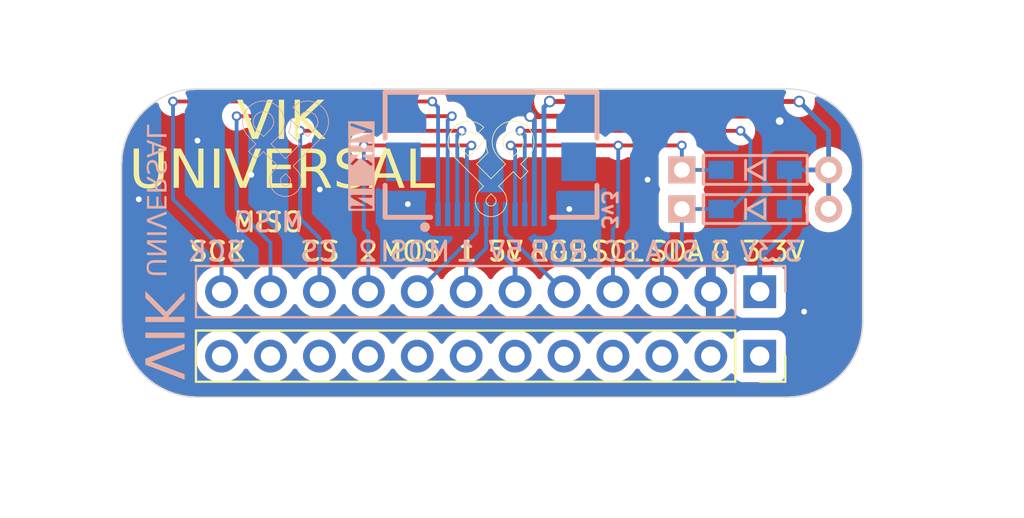
<source format=kicad_pcb>
(kicad_pcb (version 20221018) (generator pcbnew)
  (layers (0 "F.Cu" signal) (31 "B.Cu" signal) (34 "B.Paste" user) (35 "F.Paste" user) (36 "B.SilkS" user "B.Silkscreen") (37 "F.SilkS" user "F.Silkscreen") (38 "B.Mask" user) (39 "F.Mask" user) (44 "Edge.Cuts" user))
  (net 0 "")
  (net 1 "GND")
  (net 2 "VDD_5V")
  (net 3 "VDD_3.3V")
  (net 4 "CS")
  (net 5 "GPIO_AD2")
  (net 6 "RGB_LED_IN")
  (net 7 "SCLK")
  (net 8 "MOSI")
  (net 9 "MISO")
  (net 10 "SCL")
  (net 11 "SDA")
  (net 12 "GPIO_AD1")
  (footprint "Connector_PinSocket_2.54mm:PinSocket_1x12_P2.54mm_Vertical" (layer "F.Cu") (at 105.227194 100.101 -90)
    (fp_text reference "J1002" hide)
    (fp_text value "Conn_01x01_Socket")
    (fp_line (start -1.33 1.27) (end -1.33 29.27) (stroke (width 0.12)) (layer "F.SilkS"))
    (fp_line (start -1.33 1.27) (end 1.33 1.27) (stroke (width 0.12)) (layer "F.SilkS"))
    (fp_line (start -1.33 29.27) (end 1.33 29.27) (stroke (width 0.12)) (layer "F.SilkS"))
    (fp_line (start 0 -1.33) (end 1.33 -1.33) (stroke (width 0.12)) (layer "F.SilkS"))
    (fp_line (start 1.33 -1.33) (end 1.33 0) (stroke (width 0.12)) (layer "F.SilkS"))
    (fp_line (start 1.33 1.27) (end 1.33 29.27) (stroke (width 0.12)) (layer "F.SilkS"))
    (pad "1" thru_hole rect (at 0 0 270) (size 1.7 1.7) (drill 1) (layers "*.Cu" "*.Mask"))
    (pad "2" thru_hole oval (at 0 2.54 270) (size 1.7 1.7) (drill 1) (layers "*.Cu" "*.Mask"))
    (pad "3" thru_hole oval (at 0 5.08 270) (size 1.7 1.7) (drill 1) (layers "*.Cu" "*.Mask"))
    (pad "4" thru_hole oval (at 0 7.62 270) (size 1.7 1.7) (drill 1) (layers "*.Cu" "*.Mask"))
    (pad "5" thru_hole oval (at 0 10.16 270) (size 1.7 1.7) (drill 1) (layers "*.Cu" "*.Mask"))
    (pad "6" thru_hole oval (at 0 12.7 270) (size 1.7 1.7) (drill 1) (layers "*.Cu" "*.Mask"))
    (pad "7" thru_hole oval (at 0 15.24 270) (size 1.7 1.7) (drill 1) (layers "*.Cu" "*.Mask"))
    (pad "8" thru_hole oval (at 0 17.78 270) (size 1.7 1.7) (drill 1) (layers "*.Cu" "*.Mask"))
    (pad "9" thru_hole oval (at 0 20.32 270) (size 1.7 1.7) (drill 1) (layers "*.Cu" "*.Mask"))
    (pad "10" thru_hole oval (at 0 22.86 270) (size 1.7 1.7) (drill 1) (layers "*.Cu" "*.Mask"))
    (pad "11" thru_hole oval (at 0 25.4 270) (size 1.7 1.7) (drill 1) (layers "*.Cu" "*.Mask"))
    (pad "12" thru_hole oval (at 0 27.94 270) (size 1.7 1.7) (drill 1) (layers "*.Cu" "*.Mask"))
  )
  (footprint "local:fingerpunch-logo-small" (layer "F.Cu") (at 91.277194 90.17)
    (fp_text reference "REF**" hide)
    (fp_text value "fingerpunch-logo-small" hide)
    (fp_line (start -2.235199 -1.193481) (end -2.21435 -0.979777) (stroke (width 0.04)) (layer "F.SilkS"))
    (fp_line (start -2.21435 -1.407105) (end -2.235199 -1.193481) (stroke (width 0.04)) (layer "F.SilkS"))
    (fp_line (start -2.21435 -0.979777) (end -2.153072 -0.777133) (stroke (width 0.04)) (layer "F.SilkS"))
    (fp_line (start -2.153073 -1.609617) (end -2.21435 -1.407105) (stroke (width 0.04)) (layer "F.SilkS"))
    (fp_line (start -2.153072 -0.777133) (end -2.053272 -0.59047) (stroke (width 0.04)) (layer "F.SilkS"))
    (fp_line (start -2.053272 -1.796253) (end -2.153073 -1.609617) (stroke (width 0.04)) (layer "F.SilkS"))
    (fp_line (start -2.053272 -0.59047) (end -1.916853 -0.424709) (stroke (width 0.04)) (layer "F.SilkS"))
    (fp_line (start -1.916853 -1.962253) (end -2.053272 -1.796253) (stroke (width 0.04)) (layer "F.SilkS"))
    (fp_line (start -1.916853 -0.424709) (end -0.390027 1.102123) (stroke (width 0.04)) (layer "F.SilkS"))
    (fp_line (start -1.746444 -2.101345) (end -1.916853 -1.962253) (stroke (width 0.04)) (layer "F.SilkS"))
    (fp_line (start -1.683736 -1.193481) (end -1.643167 -1.398727) (stroke (width 0.04)) (layer "F.SilkS"))
    (fp_line (start -1.643167 -1.398727) (end -1.526821 -1.572223) (stroke (width 0.04)) (layer "F.SilkS"))
    (fp_line (start -1.643167 -0.988447) (end -1.683736 -1.193481) (stroke (width 0.04)) (layer "F.SilkS"))
    (fp_line (start -1.557302 -2.200696) (end -1.746444 -2.101345) (stroke (width 0.04)) (layer "F.SilkS"))
    (fp_line (start -1.526821 -1.572223) (end -1.349639 -1.689698) (stroke (width 0.04)) (layer "F.SilkS"))
    (fp_line (start -1.526821 -0.814739) (end -1.643167 -0.988447) (stroke (width 0.04)) (layer "F.SilkS"))
    (fp_line (start -1.355672 -2.260306) (end -1.557302 -2.200696) (stroke (width 0.04)) (layer "F.SilkS"))
    (fp_line (start -1.349639 -1.689698) (end -1.147797 -1.728856) (stroke (width 0.04)) (layer "F.SilkS"))
    (fp_line (start -1.148079 -0.435997) (end -1.526821 -0.814739) (stroke (width 0.04)) (layer "F.SilkS"))
    (fp_line (start -1.147798 -2.280176) (end -1.355672 -2.260306) (stroke (width 0.04)) (layer "F.SilkS"))
    (fp_line (start -1.147797 -1.728856) (end -0.945955 -1.689698) (stroke (width 0.04)) (layer "F.SilkS"))
    (fp_line (start -0.945955 -1.689698) (end -0.768773 -1.572223) (stroke (width 0.04)) (layer "F.SilkS"))
    (fp_line (start -0.939924 -2.260306) (end -1.147798 -2.280176) (stroke (width 0.04)) (layer "F.SilkS"))
    (fp_line (start -0.816182 1.867226) (end -0.801259 2.023394) (stroke (width 0.04)) (layer "F.SilkS"))
    (fp_line (start -0.801259 1.711059) (end -0.816182 1.867226) (stroke (width 0.04)) (layer "F.SilkS"))
    (fp_line (start -0.801259 2.023394) (end -0.756492 2.174866) (stroke (width 0.04)) (layer "F.SilkS"))
    (fp_line (start -0.768773 -1.572223) (end -0.378743 -1.962253) (stroke (width 0.04)) (layer "F.SilkS"))
    (fp_line (start -0.757487 -0.045957) (end -0.160869 -0.642575) (stroke (width 0.04)) (layer "F.SilkS"))
    (fp_line (start -0.756492 1.559587) (end -0.801259 1.711059) (stroke (width 0.04)) (layer "F.SilkS"))
    (fp_line (start -0.756492 2.174866) (end -0.68188 2.316945) (stroke (width 0.04)) (layer "F.SilkS"))
    (fp_line (start -0.738294 -2.200696) (end -0.939924 -2.260306) (stroke (width 0.04)) (layer "F.SilkS"))
    (fp_line (start -0.68188 1.417508) (end -0.756492 1.559587) (stroke (width 0.04)) (layer "F.SilkS"))
    (fp_line (start -0.68188 2.316945) (end -0.577422 2.444934) (stroke (width 0.04)) (layer "F.SilkS"))
    (fp_line (start -0.577422 1.289518) (end -0.68188 1.417508) (stroke (width 0.04)) (layer "F.SilkS"))
    (fp_line (start -0.577422 2.444934) (end -0.449408 2.549392) (stroke (width 0.04)) (layer "F.SilkS"))
    (fp_line (start -0.549152 -2.101345) (end -0.738294 -2.200696) (stroke (width 0.04)) (layer "F.SilkS"))
    (fp_line (start -0.449408 2.549392) (end -0.307265 2.624004) (stroke (width 0.04)) (layer "F.SilkS"))
    (fp_line (start -0.390027 1.102123) (end -0.577422 1.289518) (stroke (width 0.04)) (layer "F.SilkS"))
    (fp_line (start -0.378743 -1.962253) (end -0.549152 -2.101345) (stroke (width 0.04)) (layer "F.SilkS"))
    (fp_line (start -0.307265 2.624004) (end -0.155704 2.668772) (stroke (width 0.04)) (layer "F.SilkS"))
    (fp_line (start -0.273758 -1.202503) (end -0.268113 -1.315956) (stroke (width 0.04)) (layer "F.SilkS"))
    (fp_line (start -0.268113 -1.315956) (end -1.148079 -0.435997) (stroke (width 0.04)) (layer "F.SilkS"))
    (fp_line (start -0.264873 1.867783) (end -0.245505 1.767806) (stroke (width 0.04)) (layer "F.SilkS"))
    (fp_line (start -0.245505 1.767806) (end -0.187403 1.680105) (stroke (width 0.04)) (layer "F.SilkS"))
    (fp_line (start -0.245505 1.967761) (end -0.264873 1.867783) (stroke (width 0.04)) (layer "F.SilkS"))
    (fp_line (start -0.245465 -0.914707) (end -0.273758 -1.202503) (stroke (width 0.04)) (layer "F.SilkS"))
    (fp_line (start -0.187403 1.680105) (end -0.000008 1.49271) (stroke (width 0.04)) (layer "F.SilkS"))
    (fp_line (start -0.187403 2.055461) (end -0.245505 1.967761) (stroke (width 0.04)) (layer "F.SilkS"))
    (fp_line (start -0.160869 -0.642575) (end -0.245465 -0.914707) (stroke (width 0.04)) (layer "F.SilkS"))
    (fp_line (start -0.155704 2.668772) (end 0.000568 2.683694) (stroke (width 0.04)) (layer "F.SilkS"))
    (fp_line (start -0.100496 2.111976) (end -0.187403 2.055461) (stroke (width 0.04)) (layer "F.SilkS"))
    (fp_line (start -0.000008 1.49271) (end 0.187388 1.680105) (stroke (width 0.04)) (layer "F.SilkS"))
    (fp_line (start -0.000007 0.712083) (end -0.757487 -0.045957) (stroke (width 0.04)) (layer "F.SilkS"))
    (fp_line (start -0.000007 0.712083) (end -0.000007 0.712083) (stroke (width 0.04)) (layer "F.SilkS"))
    (fp_line (start 0.000275 2.130814) (end -0.100496 2.111976) (stroke (width 0.04)) (layer "F.SilkS"))
    (fp_line (start 0.000568 2.683694) (end 0.15676 2.668772) (stroke (width 0.04)) (layer "F.SilkS"))
    (fp_line (start 0.056445 -1.200806) (end 0.097649 -0.901086) (stroke (width 0.04)) (layer "F.SilkS"))
    (fp_line (start 0.072919 -1.387735) (end 0.056445 -1.200806) (stroke (width 0.04)) (layer "F.SilkS"))
    (fp_line (start 0.097649 -0.901086) (end 0.204682 -0.648286) (stroke (width 0.04)) (layer "F.SilkS"))
    (fp_line (start 0.101046 2.111976) (end 0.000275 2.130814) (stroke (width 0.04)) (layer "F.SilkS"))
    (fp_line (start 0.120509 -1.566355) (end 0.072919 -1.387735) (stroke (width 0.04)) (layer "F.SilkS"))
    (fp_line (start 0.15676 2.668772) (end 0.30819 2.624004) (stroke (width 0.04)) (layer "F.SilkS"))
    (fp_line (start 0.187388 1.680105) (end 0.245821 1.767726) (stroke (width 0.04)) (layer "F.SilkS"))
    (fp_line (start 0.187953 2.055461) (end 0.101046 2.111976) (stroke (width 0.04)) (layer "F.SilkS"))
    (fp_line (start 0.187953 2.055461) (end 0.187953 2.055461) (stroke (width 0.04)) (layer "F.SilkS"))
    (fp_line (start 0.197732 -1.733651) (end 0.120509 -1.566355) (stroke (width 0.04)) (layer "F.SilkS"))
    (fp_line (start 0.204682 -0.648286) (end 0.374791 -0.428082) (stroke (width 0.04)) (layer "F.SilkS"))
    (fp_line (start 0.245821 1.767726) (end 0.265357 1.867571) (stroke (width 0.04)) (layer "F.SilkS"))
    (fp_line (start 0.24605 1.967522) (end 0.187953 2.055461) (stroke (width 0.04)) (layer "F.SilkS"))
    (fp_line (start 0.265357 1.867571) (end 0.24605 1.967522) (stroke (width 0.04)) (layer "F.SilkS"))
    (fp_line (start 0.303107 -1.886606) (end 0.197732 -1.733651) (stroke (width 0.04)) (layer "F.SilkS"))
    (fp_line (start 0.30819 2.624004) (end 0.450306 2.549392) (stroke (width 0.04)) (layer "F.SilkS"))
    (fp_line (start 0.374791 -0.428082) (end 0.757485 -0.045388) (stroke (width 0.04)) (layer "F.SilkS"))
    (fp_line (start 0.379871 -1.971273) (end 0.303107 -1.886606) (stroke (width 0.04)) (layer "F.SilkS"))
    (fp_line (start 0.390033 1.102123) (end 1.148081 0.344075) (stroke (width 0.04)) (layer "F.SilkS"))
    (fp_line (start 0.450306 2.549392) (end 0.578558 2.444934) (stroke (width 0.04)) (layer "F.SilkS"))
    (fp_line (start 0.550178 -2.108433) (end 0.379871 -1.971273) (stroke (width 0.04)) (layer "F.SilkS"))
    (fp_line (start 0.578558 1.289518) (end 0.390033 1.102123) (stroke (width 0.04)) (layer "F.SilkS"))
    (fp_line (start 0.578558 2.444934) (end 0.683015 2.316945) (stroke (width 0.04)) (layer "F.SilkS"))
    (fp_line (start 0.609042 -1.199689) (end 0.641215 -1.378053) (stroke (width 0.04)) (layer "F.SilkS"))
    (fp_line (start 0.641215 -1.378053) (end 0.730962 -1.534405) (stroke (width 0.04)) (layer "F.SilkS"))
    (fp_line (start 0.649188 -0.993314) (end 0.609042 -1.199689) (stroke (width 0.04)) (layer "F.SilkS"))
    (fp_line (start 0.683015 1.417508) (end 0.578558 1.289518) (stroke (width 0.04)) (layer "F.SilkS"))
    (fp_line (start 0.683015 2.316945) (end 0.757627 2.174866) (stroke (width 0.04)) (layer "F.SilkS"))
    (fp_line (start 0.730962 -1.534405) (end 0.768215 -1.578996) (stroke (width 0.04)) (layer "F.SilkS"))
    (fp_line (start 0.739025 -2.206223) (end 0.550178 -2.108433) (stroke (width 0.04)) (layer "F.SilkS"))
    (fp_line (start 0.757485 -0.045388) (end -0.000007 0.712083) (stroke (width 0.04)) (layer "F.SilkS"))
    (fp_line (start 0.757627 1.559587) (end 0.683015 1.417508) (stroke (width 0.04)) (layer "F.SilkS"))
    (fp_line (start 0.757627 2.174866) (end 0.802395 2.023394) (stroke (width 0.04)) (layer "F.SilkS"))
    (fp_line (start 0.765957 -0.818689) (end 0.649188 -0.993314) (stroke (width 0.04)) (layer "F.SilkS"))
    (fp_line (start 0.768215 -1.578996) (end 0.769344 -1.580125) (stroke (width 0.04)) (layer "F.SilkS"))
    (fp_line (start 0.769344 -1.580125) (end 0.94411 -1.694213) (stroke (width 0.04)) (layer "F.SilkS"))
    (fp_line (start 0.802395 1.711059) (end 0.757627 1.559587) (stroke (width 0.04)) (layer "F.SilkS"))
    (fp_line (start 0.802395 2.023394) (end 0.817317 1.867226) (stroke (width 0.04)) (layer "F.SilkS"))
    (fp_line (start 0.817317 1.867226) (end 0.802395 1.711059) (stroke (width 0.04)) (layer "F.SilkS"))
    (fp_line (start 0.940189 -2.264643) (end 0.739025 -2.206223) (stroke (width 0.04)) (layer "F.SilkS"))
    (fp_line (start 0.94411 -1.694213) (end 1.143006 -1.732525) (stroke (width 0.04)) (layer "F.SilkS"))
    (fp_line (start 1.143006 -1.732525) (end 1.347052 -1.692661) (stroke (width 0.04)) (layer "F.SilkS"))
    (fp_line (start 1.147444 -2.283693) (end 0.940189 -2.264643) (stroke (width 0.04)) (layer "F.SilkS"))
    (fp_line (start 1.148081 0.344075) (end 1.526823 0.722817) (stroke (width 0.04)) (layer "F.SilkS"))
    (fp_line (start 1.148651 -0.435995) (end 0.765957 -0.818689) (stroke (width 0.04)) (layer "F.SilkS"))
    (fp_line (start 1.347052 -1.692661) (end 1.527392 -1.572787) (stroke (width 0.04)) (layer "F.SilkS"))
    (fp_line (start 1.354568 -2.263373) (end 1.147444 -2.283693) (stroke (width 0.04)) (layer "F.SilkS"))
    (fp_line (start 1.526823 0.722817) (end 1.916853 0.332787) (stroke (width 0.04)) (layer "F.SilkS"))
    (fp_line (start 1.527392 -1.572787) (end 1.643738 -1.399079) (stroke (width 0.04)) (layer "F.SilkS"))
    (fp_line (start 1.527393 -0.814737) (end 1.148651 -0.435995) (stroke (width 0.04)) (layer "F.SilkS"))
    (fp_line (start 1.527393 -0.814737) (end 1.527393 -0.814737) (stroke (width 0.04)) (layer "F.SilkS"))
    (fp_line (start 1.538111 -0.045955) (end 1.916853 -0.424697) (stroke (width 0.04)) (layer "F.SilkS"))
    (fp_line (start 1.555334 -2.203683) (end 1.354568 -2.263373) (stroke (width 0.04)) (layer "F.SilkS"))
    (fp_line (start 1.643733 -0.98894) (end 1.527393 -0.814737) (stroke (width 0.04)) (layer "F.SilkS"))
    (fp_line (start 1.643738 -1.399079) (end 1.684307 -1.194045) (stroke (width 0.04)) (layer "F.SilkS"))
    (fp_line (start 1.684307 -1.194045) (end 1.643733 -0.98894) (stroke (width 0.04)) (layer "F.SilkS"))
    (fp_line (start 1.74352 -2.104623) (end 1.555334 -2.203683) (stroke (width 0.04)) (layer "F.SilkS"))
    (fp_line (start 1.912901 -1.966193) (end 1.74352 -2.104623) (stroke (width 0.04)) (layer "F.SilkS"))
    (fp_line (start 1.916853 -0.424697) (end 2.053272 -0.590697) (stroke (width 0.04)) (layer "F.SilkS"))
    (fp_line (start 1.916853 0.332787) (end 1.538111 -0.045955) (stroke (width 0.04)) (layer "F.SilkS"))
    (fp_line (start 2.051605 -1.798148) (end 1.912901 -1.966193) (stroke (width 0.04)) (layer "F.SilkS"))
    (fp_line (start 2.053272 -0.590697) (end 2.153073 -0.777333) (stroke (width 0.04)) (layer "F.SilkS"))
    (fp_line (start 2.152578 -1.610311) (end 2.051605 -1.798148) (stroke (width 0.04)) (layer "F.SilkS"))
    (fp_line (start 2.153073 -0.777333) (end 2.21435 -0.979845) (stroke (width 0.04)) (layer "F.SilkS"))
    (fp_line (start 2.214288 -1.407234) (end 2.152578 -1.610311) (stroke (width 0.04)) (layer "F.SilkS"))
    (fp_line (start 2.21435 -0.979845) (end 2.235199 -1.193469) (stroke (width 0.04)) (layer "F.SilkS"))
    (fp_line (start 2.235199 -1.193469) (end 2.214288 -1.407234) (stroke (width 0.04)) (layer "F.SilkS"))
  )
  (footprint "Connector_PinSocket_2.54mm:PinSocket_1x12_P2.54mm_Vertical" (layer "B.Cu") (at 105.227194 96.749 90)
    (fp_text reference "J1001" hide)
    (fp_text value "Conn_01x01_Socket")
    (fp_line (start -1.33 -29.27) (end 1.33 -29.27) (stroke (width 0.12)) (layer "B.SilkS"))
    (fp_line (start -1.33 -1.27) (end -1.33 -29.27) (stroke (width 0.12)) (layer "B.SilkS"))
    (fp_line (start -1.33 -1.27) (end 1.33 -1.27) (stroke (width 0.12)) (layer "B.SilkS"))
    (fp_line (start 0 1.33) (end 1.33 1.33) (stroke (width 0.12)) (layer "B.SilkS"))
    (fp_line (start 1.33 -1.27) (end 1.33 -29.27) (stroke (width 0.12)) (layer "B.SilkS"))
    (fp_line (start 1.33 1.33) (end 1.33 0) (stroke (width 0.12)) (layer "B.SilkS"))
    (pad "1" thru_hole rect (at 0 0 90) (size 1.7 1.7) (drill 1) (layers "*.Cu" "*.Mask") (net 3 "VDD_3.3V"))
    (pad "2" thru_hole oval (at 0 -2.54 90) (size 1.7 1.7) (drill 1) (layers "*.Cu" "*.Mask") (net 1 "GND"))
    (pad "3" thru_hole oval (at 0 -5.08 90) (size 1.7 1.7) (drill 1) (layers "*.Cu" "*.Mask") (net 11 "SDA"))
    (pad "4" thru_hole oval (at 0 -7.62 90) (size 1.7 1.7) (drill 1) (layers "*.Cu" "*.Mask") (net 10 "SCL"))
    (pad "5" thru_hole oval (at 0 -10.16 90) (size 1.7 1.7) (drill 1) (layers "*.Cu" "*.Mask") (net 6 "RGB_LED_IN"))
    (pad "6" thru_hole oval (at 0 -12.7 90) (size 1.7 1.7) (drill 1) (layers "*.Cu" "*.Mask") (net 2 "VDD_5V"))
    (pad "7" thru_hole oval (at 0 -15.24 90) (size 1.7 1.7) (drill 1) (layers "*.Cu" "*.Mask") (net 12 "GPIO_AD1"))
    (pad "8" thru_hole oval (at 0 -17.78 90) (size 1.7 1.7) (drill 1) (layers "*.Cu" "*.Mask") (net 8 "MOSI"))
    (pad "9" thru_hole oval (at 0 -20.32 90) (size 1.7 1.7) (drill 1) (layers "*.Cu" "*.Mask") (net 5 "GPIO_AD2"))
    (pad "10" thru_hole oval (at 0 -22.86 90) (size 1.7 1.7) (drill 1) (layers "*.Cu" "*.Mask") (net 4 "CS"))
    (pad "11" thru_hole oval (at 0 -25.4 90) (size 1.7 1.7) (drill 1) (layers "*.Cu" "*.Mask") (net 9 "MISO"))
    (pad "12" thru_hole oval (at 0 -27.94 90) (size 1.7 1.7) (drill 1) (layers "*.Cu" "*.Mask") (net 7 "SCLK"))
  )
  (footprint "fingerpunch:D3_TH_SMD" (layer "B.Cu") (at 104.993194 92.456)
    (fp_text reference "R1002" hide)
    (fp_text value "4.7k" hide)
    (fp_line (start -2.7 -0.75) (end 2.7 -0.75) (stroke (width 0.15)) (layer "B.SilkS"))
    (fp_line (start -2.7 0.75) (end -2.7 -0.75) (stroke (width 0.15)) (layer "B.SilkS"))
    (fp_line (start -0.5 0.5) (end -0.5 -0.5) (stroke (width 0.15)) (layer "B.SilkS"))
    (fp_line (start -0.4 0) (end 0.5 0.5) (stroke (width 0.15)) (layer "B.SilkS"))
    (fp_line (start 0.5 -0.5) (end -0.4 0) (stroke (width 0.15)) (layer "B.SilkS"))
    (fp_line (start 0.5 0.5) (end 0.5 -0.5) (stroke (width 0.15)) (layer "B.SilkS"))
    (fp_line (start 2.7 -0.75) (end 2.7 0.75) (stroke (width 0.15)) (layer "B.SilkS"))
    (fp_line (start 2.7 0.75) (end -2.7 0.75) (stroke (width 0.15)) (layer "B.SilkS"))
    (pad "1" thru_hole rect (at -3.81 0) (size 1.397 1.397) (drill 0.8128) (layers "*.Cu" "*.Mask" "B.SilkS") (net 11 "SDA"))
    (pad "1" smd rect (at -1.775 0) (size 1.3 0.95) (layers "B.Cu" "B.Paste" "B.Mask") (net 11 "SDA"))
    (pad "2" smd rect (at 1.775 0) (size 1.3 0.95) (layers "B.Cu" "B.Paste" "B.Mask") (net 3 "VDD_3.3V"))
    (pad "2" thru_hole circle (at 3.81 0) (size 1.397 1.397) (drill 0.8128) (layers "*.Cu" "*.Mask" "B.SilkS") (net 3 "VDD_3.3V"))
  )
  (footprint "fingerpunch:D3_TH_SMD" (layer "B.Cu") (at 104.993194 90.424)
    (fp_text reference "R1001" hide)
    (fp_text value "4.7k" hide)
    (fp_line (start -2.7 -0.75) (end 2.7 -0.75) (stroke (width 0.15)) (layer "B.SilkS"))
    (fp_line (start -2.7 0.75) (end -2.7 -0.75) (stroke (width 0.15)) (layer "B.SilkS"))
    (fp_line (start -0.5 0.5) (end -0.5 -0.5) (stroke (width 0.15)) (layer "B.SilkS"))
    (fp_line (start -0.4 0) (end 0.5 0.5) (stroke (width 0.15)) (layer "B.SilkS"))
    (fp_line (start 0.5 -0.5) (end -0.4 0) (stroke (width 0.15)) (layer "B.SilkS"))
    (fp_line (start 0.5 0.5) (end 0.5 -0.5) (stroke (width 0.15)) (layer "B.SilkS"))
    (fp_line (start 2.7 -0.75) (end 2.7 0.75) (stroke (width 0.15)) (layer "B.SilkS"))
    (fp_line (start 2.7 0.75) (end -2.7 0.75) (stroke (width 0.15)) (layer "B.SilkS"))
    (pad "1" thru_hole rect (at -3.81 0) (size 1.397 1.397) (drill 0.8128) (layers "*.Cu" "*.Mask" "B.SilkS") (net 10 "SCL"))
    (pad "1" smd rect (at -1.775 0) (size 1.3 0.95) (layers "B.Cu" "B.Paste" "B.Mask") (net 10 "SCL"))
    (pad "2" smd rect (at 1.775 0) (size 1.3 0.95) (layers "B.Cu" "B.Paste" "B.Mask") (net 3 "VDD_3.3V"))
    (pad "2" thru_hole circle (at 3.81 0) (size 1.397 1.397) (drill 0.8128) (layers "*.Cu" "*.Mask" "B.SilkS") (net 3 "VDD_3.3V"))
  )
  (footprint "vik:vik-module-connector-horizontal" (layer "B.Cu") (at 91.277194 90.686)
    (fp_text reference "J1003" hide)
    (fp_text value "~" hide)
    (fp_text user "VIK IN" (at -6.1 -2.8 90 unlocked) (layer "B.SilkS" knockout) (effects (justify left bottom mirror)))
    (fp_text user "3v3" (at 5.7 2.9 270 unlocked) (layer "B.SilkS") (effects (font (size 0.75 0.75)) (justify left bottom mirror)))
    (fp_line (start -5.5 -4.295) (end -5.5 -1.912) (stroke (width 0.254)) (layer "B.SilkS"))
    (fp_line (start -5.5 0.539) (end -5.5 2.2) (stroke (width 0.254)) (layer "B.SilkS"))
    (fp_line (start -5.5 2.2) (end -3.131 2.2) (stroke (width 0.254)) (layer "B.SilkS"))
    (fp_line (start 5.5 -4.295) (end -5.5 -4.295) (stroke (width 0.254)) (layer "B.SilkS"))
    (fp_line (start 5.5 -4.295) (end 5.5 -1.912) (stroke (width 0.254)) (layer "B.SilkS"))
    (fp_line (start 5.5 0.539) (end 5.5 2.2) (stroke (width 0.254)) (layer "B.SilkS"))
    (fp_line (start 5.5 2.2) (end 3.131 2.2) (stroke (width 0.254)) (layer "B.SilkS"))
    (fp_circle (center -3.429 2.708) (end -3.302 2.708) (stroke (width 0.254)) (fill none) (layer "B.SilkS"))
    (pad "1" smd rect (at -2.75 2.038) (size 0.28 1.25) (layers "B.Cu" "B.Paste" "B.Mask") (net 7 "SCLK"))
    (pad "2" smd rect (at -2.25 2.038) (size 0.28 1.25) (layers "B.Cu" "B.Paste" "B.Mask") (net 9 "MISO"))
    (pad "3" smd rect (at -1.75 2.038) (size 0.28 1.25) (layers "B.Cu" "B.Paste" "B.Mask") (net 4 "CS"))
    (pad "4" smd rect (at -1.25 2.038) (size 0.28 1.25) (layers "B.Cu" "B.Paste" "B.Mask") (net 5 "GPIO_AD2"))
    (pad "5" smd rect (at -0.75 2.038) (size 0.28 1.25) (layers "B.Cu" "B.Paste" "B.Mask") (net 8 "MOSI"))
    (pad "6" smd rect (at -0.25 2.038) (size 0.28 1.25) (layers "B.Cu" "B.Paste" "B.Mask") (net 12 "GPIO_AD1"))
    (pad "7" smd rect (at 0.25 2.038) (size 0.28 1.25) (layers "B.Cu" "B.Paste" "B.Mask") (net 2 "VDD_5V"))
    (pad "8" smd rect (at 0.75 2.038) (size 0.28 1.25) (layers "B.Cu" "B.Paste" "B.Mask") (net 6 "RGB_LED_IN"))
    (pad "9" smd rect (at 1.25 2.038) (size 0.28 1.25) (layers "B.Cu" "B.Paste" "B.Mask") (net 10 "SCL"))
    (pad "10" smd rect (at 1.75 2.038) (size 0.28 1.25) (layers "B.Cu" "B.Paste" "B.Mask") (net 11 "SDA"))
    (pad "11" smd rect (at 2.25 2.038) (size 0.28 1.25) (layers "B.Cu" "B.Paste" "B.Mask") (net 1 "GND"))
    (pad "12" smd rect (at 2.75 2.038) (size 0.28 1.25) (layers "B.Cu" "B.Paste" "B.Mask") (net 3 "VDD_3.3V"))
    (pad "13" smd rect (at 4.55 -0.686) (size 1.8 2) (layers "B.Cu" "B.Paste" "B.Mask"))
    (pad "14" smd rect (at -4.55 -0.686) (size 1.8 2) (layers "B.Cu" "B.Paste" "B.Mask"))
  )
  (footprint "local:fingerpunch-logo-small" (layer "B.Cu") (at 80.609194 89.124 180)
    (fp_text reference "REF**" hide)
    (fp_text value "fingerpunch-logo-small" hide)
    (fp_line (start -2.235199 1.193481) (end -2.21435 0.979777) (stroke (width 0.04)) (layer "B.SilkS"))
    (fp_line (start -2.21435 0.979777) (end -2.153072 0.777133) (stroke (width 0.04)) (layer "B.SilkS"))
    (fp_line (start -2.21435 1.407105) (end -2.235199 1.193481) (stroke (width 0.04)) (layer "B.SilkS"))
    (fp_line (start -2.153073 1.609617) (end -2.21435 1.407105) (stroke (width 0.04)) (layer "B.SilkS"))
    (fp_line (start -2.153072 0.777133) (end -2.053272 0.59047) (stroke (width 0.04)) (layer "B.SilkS"))
    (fp_line (start -2.053272 0.59047) (end -1.916853 0.424709) (stroke (width 0.04)) (layer "B.SilkS"))
    (fp_line (start -2.053272 1.796253) (end -2.153073 1.609617) (stroke (width 0.04)) (layer "B.SilkS"))
    (fp_line (start -1.916853 0.424709) (end -0.390027 -1.102123) (stroke (width 0.04)) (layer "B.SilkS"))
    (fp_line (start -1.916853 1.962253) (end -2.053272 1.796253) (stroke (width 0.04)) (layer "B.SilkS"))
    (fp_line (start -1.746444 2.101345) (end -1.916853 1.962253) (stroke (width 0.04)) (layer "B.SilkS"))
    (fp_line (start -1.683736 1.193481) (end -1.643167 1.398727) (stroke (width 0.04)) (layer "B.SilkS"))
    (fp_line (start -1.643167 0.988447) (end -1.683736 1.193481) (stroke (width 0.04)) (layer "B.SilkS"))
    (fp_line (start -1.643167 1.398727) (end -1.526821 1.572223) (stroke (width 0.04)) (layer "B.SilkS"))
    (fp_line (start -1.557302 2.200696) (end -1.746444 2.101345) (stroke (width 0.04)) (layer "B.SilkS"))
    (fp_line (start -1.526821 0.814739) (end -1.643167 0.988447) (stroke (width 0.04)) (layer "B.SilkS"))
    (fp_line (start -1.526821 1.572223) (end -1.349639 1.689698) (stroke (width 0.04)) (layer "B.SilkS"))
    (fp_line (start -1.355672 2.260306) (end -1.557302 2.200696) (stroke (width 0.04)) (layer "B.SilkS"))
    (fp_line (start -1.349639 1.689698) (end -1.147797 1.728856) (stroke (width 0.04)) (layer "B.SilkS"))
    (fp_line (start -1.148079 0.435997) (end -1.526821 0.814739) (stroke (width 0.04)) (layer "B.SilkS"))
    (fp_line (start -1.147798 2.280176) (end -1.355672 2.260306) (stroke (width 0.04)) (layer "B.SilkS"))
    (fp_line (start -1.147797 1.728856) (end -0.945955 1.689698) (stroke (width 0.04)) (layer "B.SilkS"))
    (fp_line (start -0.945955 1.689698) (end -0.768773 1.572223) (stroke (width 0.04)) (layer "B.SilkS"))
    (fp_line (start -0.939924 2.260306) (end -1.147798 2.280176) (stroke (width 0.04)) (layer "B.SilkS"))
    (fp_line (start -0.816182 -1.867226) (end -0.801259 -2.023394) (stroke (width 0.04)) (layer "B.SilkS"))
    (fp_line (start -0.801259 -2.023394) (end -0.756492 -2.174866) (stroke (width 0.04)) (layer "B.SilkS"))
    (fp_line (start -0.801259 -1.711059) (end -0.816182 -1.867226) (stroke (width 0.04)) (layer "B.SilkS"))
    (fp_line (start -0.768773 1.572223) (end -0.378743 1.962253) (stroke (width 0.04)) (layer "B.SilkS"))
    (fp_line (start -0.757487 0.045957) (end -0.160869 0.642575) (stroke (width 0.04)) (layer "B.SilkS"))
    (fp_line (start -0.756492 -2.174866) (end -0.68188 -2.316945) (stroke (width 0.04)) (layer "B.SilkS"))
    (fp_line (start -0.756492 -1.559587) (end -0.801259 -1.711059) (stroke (width 0.04)) (layer "B.SilkS"))
    (fp_line (start -0.738294 2.200696) (end -0.939924 2.260306) (stroke (width 0.04)) (layer "B.SilkS"))
    (fp_line (start -0.68188 -2.316945) (end -0.577422 -2.444934) (stroke (width 0.04)) (layer "B.SilkS"))
    (fp_line (start -0.68188 -1.417508) (end -0.756492 -1.559587) (stroke (width 0.04)) (layer "B.SilkS"))
    (fp_line (start -0.577422 -2.444934) (end -0.449408 -2.549392) (stroke (width 0.04)) (layer "B.SilkS"))
    (fp_line (start -0.577422 -1.289518) (end -0.68188 -1.417508) (stroke (width 0.04)) (layer "B.SilkS"))
    (fp_line (start -0.549152 2.101345) (end -0.738294 2.200696) (stroke (width 0.04)) (layer "B.SilkS"))
    (fp_line (start -0.449408 -2.549392) (end -0.307265 -2.624004) (stroke (width 0.04)) (layer "B.SilkS"))
    (fp_line (start -0.390027 -1.102123) (end -0.577422 -1.289518) (stroke (width 0.04)) (layer "B.SilkS"))
    (fp_line (start -0.378743 1.962253) (end -0.549152 2.101345) (stroke (width 0.04)) (layer "B.SilkS"))
    (fp_line (start -0.307265 -2.624004) (end -0.155704 -2.668772) (stroke (width 0.04)) (layer "B.SilkS"))
    (fp_line (start -0.273758 1.202503) (end -0.268113 1.315956) (stroke (width 0.04)) (layer "B.SilkS"))
    (fp_line (start -0.268113 1.315956) (end -1.148079 0.435997) (stroke (width 0.04)) (layer "B.SilkS"))
    (fp_line (start -0.264873 -1.867783) (end -0.245505 -1.767806) (stroke (width 0.04)) (layer "B.SilkS"))
    (fp_line (start -0.245505 -1.967761) (end -0.264873 -1.867783) (stroke (width 0.04)) (layer "B.SilkS"))
    (fp_line (start -0.245505 -1.767806) (end -0.187403 -1.680105) (stroke (width 0.04)) (layer "B.SilkS"))
    (fp_line (start -0.245465 0.914707) (end -0.273758 1.202503) (stroke (width 0.04)) (layer "B.SilkS"))
    (fp_line (start -0.187403 -2.055461) (end -0.245505 -1.967761) (stroke (width 0.04)) (layer "B.SilkS"))
    (fp_line (start -0.187403 -1.680105) (end -0.000008 -1.49271) (stroke (width 0.04)) (layer "B.SilkS"))
    (fp_line (start -0.160869 0.642575) (end -0.245465 0.914707) (stroke (width 0.04)) (layer "B.SilkS"))
    (fp_line (start -0.155704 -2.668772) (end 0.000568 -2.683694) (stroke (width 0.04)) (layer "B.SilkS"))
    (fp_line (start -0.100496 -2.111976) (end -0.187403 -2.055461) (stroke (width 0.04)) (layer "B.SilkS"))
    (fp_line (start -0.000008 -1.49271) (end 0.187388 -1.680105) (stroke (width 0.04)) (layer "B.SilkS"))
    (fp_line (start -0.000007 -0.712083) (end -0.757487 0.045957) (stroke (width 0.04)) (layer "B.SilkS"))
    (fp_line (start -0.000007 -0.712083) (end -0.000007 -0.712083) (stroke (width 0.04)) (layer "B.SilkS"))
    (fp_line (start 0.000275 -2.130814) (end -0.100496 -2.111976) (stroke (width 0.04)) (layer "B.SilkS"))
    (fp_line (start 0.000568 -2.683694) (end 0.15676 -2.668772) (stroke (width 0.04)) (layer "B.SilkS"))
    (fp_line (start 0.056445 1.200806) (end 0.097649 0.901086) (stroke (width 0.04)) (layer "B.SilkS"))
    (fp_line (start 0.072919 1.387735) (end 0.056445 1.200806) (stroke (width 0.04)) (layer "B.SilkS"))
    (fp_line (start 0.097649 0.901086) (end 0.204682 0.648286) (stroke (width 0.04)) (layer "B.SilkS"))
    (fp_line (start 0.101046 -2.111976) (end 0.000275 -2.130814) (stroke (width 0.04)) (layer "B.SilkS"))
    (fp_line (start 0.120509 1.566355) (end 0.072919 1.387735) (stroke (width 0.04)) (layer "B.SilkS"))
    (fp_line (start 0.15676 -2.668772) (end 0.30819 -2.624004) (stroke (width 0.04)) (layer "B.SilkS"))
    (fp_line (start 0.187388 -1.680105) (end 0.245821 -1.767726) (stroke (width 0.04)) (layer "B.SilkS"))
    (fp_line (start 0.187953 -2.055461) (end 0.101046 -2.111976) (stroke (width 0.04)) (layer "B.SilkS"))
    (fp_line (start 0.187953 -2.055461) (end 0.187953 -2.055461) (stroke (width 0.04)) (layer "B.SilkS"))
    (fp_line (start 0.197732 1.733651) (end 0.120509 1.566355) (stroke (width 0.04)) (layer "B.SilkS"))
    (fp_line (start 0.204682 0.648286) (end 0.374791 0.428082) (stroke (width 0.04)) (layer "B.SilkS"))
    (fp_line (start 0.245821 -1.767726) (end 0.265357 -1.867571) (stroke (width 0.04)) (layer "B.SilkS"))
    (fp_line (start 0.24605 -1.967522) (end 0.187953 -2.055461) (stroke (width 0.04)) (layer "B.SilkS"))
    (fp_line (start 0.265357 -1.867571) (end 0.24605 -1.967522) (stroke (width 0.04)) (layer "B.SilkS"))
    (fp_line (start 0.303107 1.886606) (end 0.197732 1.733651) (stroke (width 0.04)) (layer "B.SilkS"))
    (fp_line (start 0.30819 -2.624004) (end 0.450306 -2.549392) (stroke (width 0.04)) (layer "B.SilkS"))
    (fp_line (start 0.374791 0.428082) (end 0.757485 0.045388) (stroke (width 0.04)) (layer "B.SilkS"))
    (fp_line (start 0.379871 1.971273) (end 0.303107 1.886606) (stroke (width 0.04)) (layer "B.SilkS"))
    (fp_line (start 0.390033 -1.102123) (end 1.148081 -0.344075) (stroke (width 0.04)) (layer "B.SilkS"))
    (fp_line (start 0.450306 -2.549392) (end 0.578558 -2.444934) (stroke (width 0.04)) (layer "B.SilkS"))
    (fp_line (start 0.550178 2.108433) (end 0.379871 1.971273) (stroke (width 0.04)) (layer "B.SilkS"))
    (fp_line (start 0.578558 -2.444934) (end 0.683015 -2.316945) (stroke (width 0.04)) (layer "B.SilkS"))
    (fp_line (start 0.578558 -1.289518) (end 0.390033 -1.102123) (stroke (width 0.04)) (layer "B.SilkS"))
    (fp_line (start 0.609042 1.199689) (end 0.641215 1.378053) (stroke (width 0.04)) (layer "B.SilkS"))
    (fp_line (start 0.641215 1.378053) (end 0.730962 1.534405) (stroke (width 0.04)) (layer "B.SilkS"))
    (fp_line (start 0.649188 0.993314) (end 0.609042 1.199689) (stroke (width 0.04)) (layer "B.SilkS"))
    (fp_line (start 0.683015 -2.316945) (end 0.757627 -2.174866) (stroke (width 0.04)) (layer "B.SilkS"))
    (fp_line (start 0.683015 -1.417508) (end 0.578558 -1.289518) (stroke (width 0.04)) (layer "B.SilkS"))
    (fp_line (start 0.730962 1.534405) (end 0.768215 1.578996) (stroke (width 0.04)) (layer "B.SilkS"))
    (fp_line (start 0.739025 2.206223) (end 0.550178 2.108433) (stroke (width 0.04)) (layer "B.SilkS"))
    (fp_line (start 0.757485 0.045388) (end -0.000007 -0.712083) (stroke (width 0.04)) (layer "B.SilkS"))
    (fp_line (start 0.757627 -2.174866) (end 0.802395 -2.023394) (stroke (width 0.04)) (layer "B.SilkS"))
    (fp_line (start 0.757627 -1.559587) (end 0.683015 -1.417508) (stroke (width 0.04)) (layer "B.SilkS"))
    (fp_line (start 0.765957 0.818689) (end 0.649188 0.993314) (stroke (width 0.04)) (layer "B.SilkS"))
    (fp_line (start 0.768215 1.578996) (end 0.769344 1.580125) (stroke (width 0.04)) (layer "B.SilkS"))
    (fp_line (start 0.769344 1.580125) (end 0.94411 1.694213) (stroke (width 0.04)) (layer "B.SilkS"))
    (fp_line (start 0.802395 -2.023394) (end 0.817317 -1.867226) (stroke (width 0.04)) (layer "B.SilkS"))
    (fp_line (start 0.802395 -1.711059) (end 0.757627 -1.559587) (stroke (width 0.04)) (layer "B.SilkS"))
    (fp_line (start 0.817317 -1.867226) (end 0.802395 -1.711059) (stroke (width 0.04)) (layer "B.SilkS"))
    (fp_line (start 0.940189 2.264643) (end 0.739025 2.206223) (stroke (width 0.04)) (layer "B.SilkS"))
    (fp_line (start 0.94411 1.694213) (end 1.143006 1.732525) (stroke (width 0.04)) (layer "B.SilkS"))
    (fp_line (start 1.143006 1.732525) (end 1.347052 1.692661) (stroke (width 0.04)) (layer "B.SilkS"))
    (fp_line (start 1.147444 2.283693) (end 0.940189 2.264643) (stroke (width 0.04)) (layer "B.SilkS"))
    (fp_line (start 1.148081 -0.344075) (end 1.526823 -0.722817) (stroke (width 0.04)) (layer "B.SilkS"))
    (fp_line (start 1.148651 0.435995) (end 0.765957 0.818689) (stroke (width 0.04)) (layer "B.SilkS"))
    (fp_line (start 1.347052 1.692661) (end 1.527392 1.572787) (stroke (width 0.04)) (layer "B.SilkS"))
    (fp_line (start 1.354568 2.263373) (end 1.147444 2.283693) (stroke (width 0.04)) (layer "B.SilkS"))
    (fp_line (start 1.526823 -0.722817) (end 1.916853 -0.332787) (stroke (width 0.04)) (layer "B.SilkS"))
    (fp_line (start 1.527392 1.572787) (end 1.643738 1.399079) (stroke (width 0.04)) (layer "B.SilkS"))
    (fp_line (start 1.527393 0.814737) (end 1.148651 0.435995) (stroke (width 0.04)) (layer "B.SilkS"))
    (fp_line (start 1.527393 0.814737) (end 1.527393 0.814737) (stroke (width 0.04)) (layer "B.SilkS"))
    (fp_line (start 1.538111 0.045955) (end 1.916853 0.424697) (stroke (width 0.04)) (layer "B.SilkS"))
    (fp_line (start 1.555334 2.203683) (end 1.354568 2.263373) (stroke (width 0.04)) (layer "B.SilkS"))
    (fp_line (start 1.643733 0.98894) (end 1.527393 0.814737) (stroke (width 0.04)) (layer "B.SilkS"))
    (fp_line (start 1.643738 1.399079) (end 1.684307 1.194045) (stroke (width 0.04)) (layer "B.SilkS"))
    (fp_line (start 1.684307 1.194045) (end 1.643733 0.98894) (stroke (width 0.04)) (layer "B.SilkS"))
    (fp_line (start 1.74352 2.104623) (end 1.555334 2.203683) (stroke (width 0.04)) (layer "B.SilkS"))
    (fp_line (start 1.912901 1.966193) (end 1.74352 2.104623) (stroke (width 0.04)) (layer "B.SilkS"))
    (fp_line (start 1.916853 -0.332787) (end 1.538111 0.045955) (stroke (width 0.04)) (layer "B.SilkS"))
    (fp_line (start 1.916853 0.424697) (end 2.053272 0.590697) (stroke (width 0.04)) (layer "B.SilkS"))
    (fp_line (start 2.051605 1.798148) (end 1.912901 1.966193) (stroke (width 0.04)) (layer "B.SilkS"))
    (fp_line (start 2.053272 0.590697) (end 2.153073 0.777333) (stroke (width 0.04)) (layer "B.SilkS"))
    (fp_line (start 2.152578 1.610311) (end 2.051605 1.798148) (stroke (width 0.04)) (layer "B.SilkS"))
    (fp_line (start 2.153073 0.777333) (end 2.21435 0.979845) (stroke (width 0.04)) (layer "B.SilkS"))
    (fp_line (start 2.214288 1.407234) (end 2.152578 1.610311) (stroke (width 0.04)) (layer "B.SilkS"))
    (fp_line (start 2.21435 0.979845) (end 2.235199 1.193469) (stroke (width 0.04)) (layer "B.SilkS"))
    (fp_line (start 2.235199 1.193469) (end 2.214288 1.407234) (stroke (width 0.04)) (layer "B.SilkS"))
  )
  (gr_arc (start 110.584194 98.302271) (mid 109.430195 101.088271) (end 106.644194 102.24227) (stroke (width 0.05)) (layer "Edge.Cuts"))
  (gr_arc (start 106.644194 86.212271) (mid 109.430209 87.366266) (end 110.584194 90.152271) (stroke (width 0.05)) (layer "Edge.Cuts"))
  (gr_line (start 72.084194 90.152271) (end 72.084195 98.302271) (stroke (width 0.05)) (layer "Edge.Cuts"))
  (gr_line (start 110.584194 98.302271) (end 110.584194 90.152271) (stroke (width 0.05)) (layer "Edge.Cuts"))
  (gr_line (start 106.644194 86.212271) (end 76.024194 86.212271) (stroke (width 0.05)) (layer "Edge.Cuts"))
  (gr_arc (start 76.024194 102.242271) (mid 73.238194 101.088272) (end 72.084195 98.302271) (stroke (width 0.05)) (layer "Edge.Cuts"))
  (gr_line (start 76.024194 102.242271) (end 106.644194 102.24227) (stroke (width 0.05)) (layer "Edge.Cuts"))
  (gr_arc (start 72.084194 90.152271) (mid 73.238193 87.366271) (end 76.024194 86.212271) (stroke (width 0.05)) (layer "Edge.Cuts"))
  (gr_text "2" (at 85.435194 95.25) (layer "B.SilkS") (effects (font (size 1 1)) (justify left bottom mirror)))
  (gr_text "CS" (at 83.403194 95.25) (layer "B.SilkS") (effects (font (size 1 1)) (justify left bottom mirror)))
  (gr_text "MOSI" (at 89.245194 95.25) (layer "B.SilkS") (effects (font (size 1 1)) (justify left bottom mirror)))
  (gr_text "SCL" (at 99.151194 95.25) (layer "B.SilkS") (effects (font (size 1 1)) (justify left bottom mirror)))
  (gr_text "RGB" (at 96.357194 95.25) (layer "B.SilkS") (effects (font (size 1 1)) (justify left bottom mirror)))
  (gr_text "UNIVERSAL" (at 73.243194 96.012 -90) (layer "B.SilkS") (effects (font (size 1 1) (thickness 0.25)) (justify left bottom mirror)))
  (gr_text "3.3V" (at 107.533194 95.25) (layer "B.SilkS") (effects (font (size 1 1)) (justify left bottom mirror)))
  (gr_text "SCK" (at 78.577194 95.25) (layer "B.SilkS") (effects (font (size 1 1)) (justify left bottom mirror)))
  (gr_text "MISO" (at 81.625194 93.726) (layer "B.SilkS") (effects (font (size 1 1)) (justify left bottom mirror)))
  (gr_text "SDA" (at 102.199194 95.25) (layer "B.SilkS") (effects (font (size 1 1)) (justify left bottom mirror)))
  (gr_text "G" (at 103.723194 95.25) (layer "B.SilkS") (effects (font (size 1 1)) (justify left bottom mirror)))
  (gr_text "VIK" (at 72.989194 101.346 -90) (layer "B.SilkS") (effects (font (size 2 2) (thickness 0.25)) (justify left bottom mirror)))
  (gr_text "1" (at 90.515194 95.25) (layer "B.SilkS") (effects (font (size 1 1)) (justify left bottom mirror)))
  (gr_text "5V" (at 93.055194 95.25) (layer "B.SilkS") (effects (font (size 1 1)) (justify left bottom mirror)))
  (gr_text "3.3V" (at 104.231194 95.25) (layer "F.SilkS") (effects (font (size 1 1)) (justify left bottom)))
  (gr_text "SCK" (at 75.529194 95.25) (layer "F.SilkS") (effects (font (size 1 1)) (justify left bottom)))
  (gr_text "UNIVERSAL" (at 72.481194 91.694) (layer "F.SilkS") (effects (font (size 2 2) (thickness 0.25)) (justify left bottom)))
  (gr_text "CS" (at 81.371194 95.25) (layer "F.SilkS") (effects (font (size 1 1)) (justify left bottom)))
  (gr_text "MISO" (at 77.815194 93.726) (layer "F.SilkS") (effects (font (size 1 1)) (justify left bottom)))
  (gr_text "VIK" (at 78.069194 89.154) (layer "F.SilkS") (effects (font (size 2 2) (thickness 0.25)) (justify left bottom)))
  (gr_text "SCL" (at 96.357194 95.25) (layer "F.SilkS") (effects (font (size 1 1)) (justify left bottom)))
  (gr_text "G" (at 102.628188 95.25) (layer "F.SilkS") (effects (font (size 1 1)) (justify left bottom)))
  (gr_text "SDA" (at 99.405194 95.25) (layer "F.SilkS") (effects (font (size 1 1)) (justify left bottom)))
  (gr_text "2" (at 84.340188 95.25) (layer "F.SilkS") (effects (font (size 1 1)) (justify left bottom)))
  (gr_text "5V" (at 91.023194 95.25) (layer "F.SilkS") (effects (font (size 1 1)) (justify left bottom)))
  (gr_text "RGB" (at 93.230188 95.25) (layer "F.SilkS") (effects (font (size 1 1)) (justify left bottom)))
  (gr_text "1" (at 89.499194 95.25) (layer "F.SilkS") (effects (font (size 1 1)) (justify left bottom)))
  (gr_text "MOSI" (at 85.435194 95.25) (layer "F.SilkS") (effects (font (size 1 1)) (justify left bottom)))
  (segment (start 106.009194 87.63) (end 106.263194 87.884) (width 0.25) (layer "F.Cu") (net 1))
  (segment (start 93.309194 87.63) (end 106.009194 87.63) (width 0.25) (layer "F.Cu") (net 1))
  (via (at 95.341194 92.456) (size 0.5) (drill 0.3) (layers "F.Cu" "B.Cu") (net 1))
  (via (at 93.309194 87.63) (size 0.6) (drill 0.4) (layers "F.Cu" "B.Cu") (net 1))
  (via (at 72.989194 91.948) (size 0.5) (drill 0.3) (layers "F.Cu" "B.Cu") (net 1))
  (via (at 99.405194 90.932) (size 0.5) (drill 0.3) (layers "F.Cu" "B.Cu") (net 1))
  (via (at 76.037194 88.9) (size 0.5) (drill 0.3) (layers "F.Cu" "B.Cu") (net 1))
  (via (at 78.831194 90.678) (size 0.5) (drill 0.3) (layers "F.Cu" "B.Cu") (net 1))
  (via (at 82.387194 91.44) (size 0.5) (drill 0.3) (layers "F.Cu" "B.Cu") (net 1))
  (via (at 107.533194 97.79) (size 0.5) (drill 0.3) (layers "F.Cu" "B.Cu") (net 1))
  (via (at 106.263194 87.884) (size 0.6) (drill 0.4) (layers "F.Cu" "B.Cu") (net 1))
  (via (at 86.959194 92.202) (size 0.5) (drill 0.3) (layers "F.Cu" "B.Cu") (net 1))
  (segment (start 93.309194 87.63) (end 93.527194 87.848) (width 0.25) (layer "B.Cu") (net 1))
  (segment (start 93.527194 87.848) (end 93.527194 92.724) (width 0.25) (layer "B.Cu") (net 1))
  (segment (start 92.527194 95.484) (end 92.527194 96.749) (width 0.25) (layer "B.Cu") (net 2))
  (segment (start 91.527194 94.484) (end 92.527194 95.484) (width 0.25) (layer "B.Cu") (net 2))
  (segment (start 91.527194 92.724) (end 91.527194 94.484) (width 0.25) (layer "B.Cu") (net 2))
  (segment (start 107.279194 86.868) (end 94.325194 86.868) (width 0.25) (layer "F.Cu") (net 3))
  (via (at 94.325194 86.868) (size 0.6) (drill 0.4) (layers "F.Cu" "B.Cu") (net 3))
  (via (at 107.279194 86.868) (size 0.6) (drill 0.4) (layers "F.Cu" "B.Cu") (net 3))
  (segment (start 108.803194 90.424) (end 108.803194 92.456) (width 0.25) (layer "B.Cu") (net 3))
  (segment (start 105.227194 95.016) (end 106.768194 93.475) (width 0.25) (layer "B.Cu") (net 3))
  (segment (start 94.027194 87.166) (end 94.027194 92.724) (width 0.25) (layer "B.Cu") (net 3))
  (segment (start 108.803194 90.424) (end 108.803194 88.392) (width 0.25) (layer "B.Cu") (net 3))
  (segment (start 105.227194 96.749) (end 105.227194 95.016) (width 0.25) (layer "B.Cu") (net 3))
  (segment (start 94.325194 86.868) (end 94.027194 87.166) (width 0.25) (layer "B.Cu") (net 3))
  (segment (start 106.768194 90.424) (end 106.768194 92.456) (width 0.25) (layer "B.Cu") (net 3))
  (segment (start 106.768194 93.475) (end 106.768194 92.456) (width 0.25) (layer "B.Cu") (net 3))
  (segment (start 108.803194 88.392) (end 107.279194 86.868) (width 0.25) (layer "B.Cu") (net 3))
  (segment (start 106.768194 90.424) (end 108.803194 90.424) (width 0.25) (layer "B.Cu") (net 3))
  (segment (start 81.371194 88.392) (end 89.753194 88.392) (width 0.2) (layer "F.Cu") (net 4))
  (via (at 81.371194 88.392) (size 0.5) (drill 0.3) (layers "F.Cu" "B.Cu") (net 4))
  (via (at 89.753194 88.392) (size 0.5) (drill 0.3) (layers "F.Cu" "B.Cu") (net 4))
  (segment (start 82.367194 96.749) (end 82.367194 93.96) (width 0.2) (layer "B.Cu") (net 4))
  (segment (start 89.753194 88.392) (end 89.527194 88.618) (width 0.2) (layer "B.Cu") (net 4))
  (segment (start 81.371194 92.964) (end 81.371194 88.392) (width 0.2) (layer "B.Cu") (net 4))
  (segment (start 89.527194 88.618) (end 89.527194 92.724) (width 0.2) (layer "B.Cu") (net 4))
  (segment (start 82.367194 93.96) (end 81.371194 92.964) (width 0.2) (layer "B.Cu") (net 4))
  (segment (start 84.673194 89.154) (end 90.261194 89.154) (width 0.2) (layer "F.Cu") (net 5))
  (via (at 84.673194 89.154) (size 0.5) (drill 0.3) (layers "F.Cu" "B.Cu") (net 5))
  (via (at 90.261194 89.154) (size 0.5) (drill 0.3) (layers "F.Cu" "B.Cu") (net 5))
  (segment (start 84.673194 89.154) (end 84.673194 93.472) (width 0.2) (layer "B.Cu") (net 5))
  (segment (start 84.907194 93.706) (end 84.673194 93.472) (width 0.2) (layer "B.Cu") (net 5))
  (segment (start 90.261194 89.154) (end 90.027194 89.388) (width 0.2) (layer "B.Cu") (net 5))
  (segment (start 84.907194 96.749) (end 84.907194 93.706) (width 0.2) (layer "B.Cu") (net 5))
  (segment (start 90.027194 89.388) (end 90.027194 92.724) (width 0.2) (layer "B.Cu") (net 5))
  (segment (start 92.032194 93.714) (end 95.067194 96.749) (width 0.2) (layer "B.Cu") (net 6))
  (segment (start 92.027194 93.714) (end 92.032194 93.714) (width 0.2) (layer "B.Cu") (net 6))
  (segment (start 92.027194 92.724) (end 92.027194 93.714) (width 0.2) (layer "B.Cu") (net 6))
  (segment (start 74.767194 86.868) (end 88.229194 86.868) (width 0.2) (layer "F.Cu") (net 7))
  (via (at 74.767194 86.868) (size 0.5) (drill 0.3) (layers "F.Cu" "B.Cu") (net 7))
  (via (at 88.229194 86.868) (size 0.5) (drill 0.3) (layers "F.Cu" "B.Cu") (net 7))
  (segment (start 74.767194 91.948) (end 74.767194 86.868) (width 0.2) (layer "B.Cu") (net 7))
  (segment (start 88.229194 86.868) (end 88.527194 87.166) (width 0.2) (layer "B.Cu") (net 7))
  (segment (start 77.287194 94.468) (end 74.767194 91.948) (width 0.2) (layer "B.Cu") (net 7))
  (segment (start 88.527194 87.166) (end 88.527194 92.724) (width 0.2) (layer "B.Cu") (net 7))
  (segment (start 77.287194 96.749) (end 77.287194 94.468) (width 0.2) (layer "B.Cu") (net 7))
  (segment (start 90.527194 92.724) (end 90.527194 93.669) (width 0.2) (layer "B.Cu") (net 8))
  (segment (start 90.527194 93.669) (end 87.447194 96.749) (width 0.2) (layer "B.Cu") (net 8))
  (segment (start 78.069194 87.63) (end 89.245194 87.63) (width 0.2) (layer "F.Cu") (net 9))
  (via (at 89.245194 87.63) (size 0.5) (drill 0.3) (layers "F.Cu" "B.Cu") (net 9))
  (via (at 78.069194 87.63) (size 0.5) (drill 0.3) (layers "F.Cu" "B.Cu") (net 9))
  (segment (start 79.827194 94.214) (end 78.069194 92.456) (width 0.2) (layer "B.Cu") (net 9))
  (segment (start 79.827194 96.749) (end 79.827194 94.214) (width 0.2) (layer "B.Cu") (net 9))
  (segment (start 89.027194 87.848) (end 89.027194 92.724) (width 0.2) (layer "B.Cu") (net 9))
  (segment (start 89.245194 87.63) (end 89.027194 87.848) (width 0.2) (layer "B.Cu") (net 9))
  (segment (start 78.069194 92.456) (end 78.069194 87.63) (width 0.2) (layer "B.Cu") (net 9))
  (segment (start 101.183194 89.154) (end 97.881194 89.154) (width 0.2) (layer "F.Cu") (net 10))
  (segment (start 97.881194 89.154) (end 92.293194 89.154) (width 0.2) (layer "F.Cu") (net 10))
  (via (at 101.183194 89.154) (size 0.5) (drill 0.3) (layers "F.Cu" "B.Cu") (net 10))
  (via (at 92.293194 89.154) (size 0.5) (drill 0.3) (layers "F.Cu" "B.Cu") (net 10))
  (via (at 97.881194 89.154) (size 0.5) (drill 0.3) (layers "F.Cu" "B.Cu") (net 10))
  (segment (start 101.183194 89.154) (end 101.183194 90.424) (width 0.2) (layer "B.Cu") (net 10))
  (segment (start 97.881194 93.218) (end 97.881194 89.154) (width 0.2) (layer "B.Cu") (net 10))
  (segment (start 97.607194 96.749) (end 97.607194 93.492) (width 0.2) (layer "B.Cu") (net 10))
  (segment (start 101.183194 90.424) (end 103.218194 90.424) (width 0.2) (layer "B.Cu") (net 10))
  (segment (start 97.607194 93.492) (end 97.881194 93.218) (width 0.2) (layer "B.Cu") (net 10))
  (segment (start 92.293194 89.154) (end 92.527194 89.388) (width 0.2) (layer "B.Cu") (net 10))
  (segment (start 92.527194 89.388) (end 92.527194 92.724) (width 0.2) (layer "B.Cu") (net 10))
  (segment (start 104.231194 88.392) (end 92.801194 88.392) (width 0.2) (layer "F.Cu") (net 11))
  (via (at 104.231194 88.392) (size 0.5) (drill 0.3) (layers "F.Cu" "B.Cu") (net 11))
  (via (at 92.801194 88.392) (size 0.5) (drill 0.3) (layers "F.Cu" "B.Cu") (net 11))
  (segment (start 92.801194 88.392) (end 93.027194 88.618) (width 0.2) (layer "B.Cu") (net 11))
  (segment (start 101.183194 94.234) (end 100.147194 95.27) (width 0.2) (layer "B.Cu") (net 11))
  (segment (start 104.739194 91.44) (end 103.723194 92.456) (width 0.2) (layer "B.Cu") (net 11))
  (segment (start 104.739194 91.44) (end 104.739194 88.9) (width 0.2) (layer "B.Cu") (net 11))
  (segment (start 93.027194 88.618) (end 93.027194 92.724) (width 0.2) (layer "B.Cu") (net 11))
  (segment (start 101.183194 92.456) (end 103.218194 92.456) (width 0.2) (layer "B.Cu") (net 11))
  (segment (start 104.739194 88.9) (end 104.231194 88.392) (width 0.2) (layer "B.Cu") (net 11))
  (segment (start 101.183194 92.456) (end 101.183194 94.234) (width 0.2) (layer "B.Cu") (net 11))
  (segment (start 103.723194 92.456) (end 103.218194 92.456) (width 0.2) (layer "B.Cu") (net 11))
  (segment (start 100.147194 96.749) (end 100.147194 95.27) (width 0.2) (layer "B.Cu") (net 11))
  (segment (start 91.027194 92.724) (end 91.027194 94.484) (width 0.2) (layer "B.Cu") (net 12))
  (segment (start 91.027194 94.484) (end 89.987194 95.524) (width 0.2) (layer "B.Cu") (net 12))
  (segment (start 89.987194 95.524) (end 89.987194 96.749) (width 0.2) (layer "B.Cu") (net 12))
  (zone (net 1) (net_name "GND") (layers "F&B.Cu") (connect_pads (clearance 0.508)) (min_thickness 0.254) (fill yes (thermal_gap 0.508) (thermal_bridge_width 0.508))
    (polygon (pts (xy 117.693503 81.593833) (xy 118.963503 108.517833) (xy 66.174872 108.529602) (xy 65.784872 81.629602)))
  )
)
</source>
